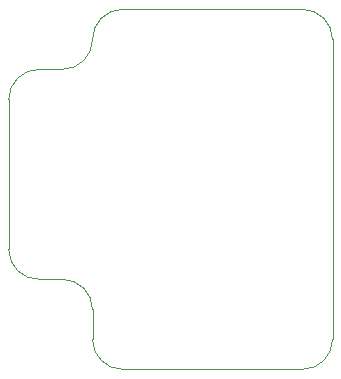
<source format=gbr>
%TF.GenerationSoftware,KiCad,Pcbnew,7.0.9-1.fc39*%
%TF.CreationDate,2023-12-29T10:13:10-08:00*%
%TF.ProjectId,supermicro-ATX-PCB,73757065-726d-4696-9372-6f2d4154582d,rev?*%
%TF.SameCoordinates,Original*%
%TF.FileFunction,Profile,NP*%
%FSLAX46Y46*%
G04 Gerber Fmt 4.6, Leading zero omitted, Abs format (unit mm)*
G04 Created by KiCad (PCBNEW 7.0.9-1.fc39) date 2023-12-29 10:13:10*
%MOMM*%
%LPD*%
G01*
G04 APERTURE LIST*
%TA.AperFunction,Profile*%
%ADD10C,0.100000*%
%TD*%
G04 APERTURE END LIST*
D10*
X100965000Y-82550000D02*
X102870000Y-82550000D01*
X123190000Y-90170000D02*
G75*
G03*
X125730000Y-87630000I0J2540000D01*
G01*
X123190000Y-59690000D02*
X107950000Y-59690000D01*
X100965000Y-64770000D02*
X102870000Y-64770000D01*
X105410000Y-85090000D02*
X105410000Y-87630000D01*
X105410000Y-87630000D02*
G75*
G03*
X107950000Y-90170000I2540000J0D01*
G01*
X98313768Y-80010000D02*
G75*
G03*
X100965000Y-82549999I2542332J0D01*
G01*
X98316051Y-80010000D02*
X98316051Y-67310000D01*
X107950000Y-59690000D02*
G75*
G03*
X105410000Y-62230000I0J-2540000D01*
G01*
X125730000Y-62230000D02*
X125730000Y-87630000D01*
X102870000Y-64770000D02*
G75*
G03*
X105410000Y-62230000I0J2540000D01*
G01*
X105410000Y-85090000D02*
G75*
G03*
X102870000Y-82550000I-2540000J0D01*
G01*
X123190000Y-90170000D02*
X107950000Y-90170000D01*
X125730000Y-62230000D02*
G75*
G03*
X123190000Y-59690000I-2540000J0D01*
G01*
X100964998Y-64770054D02*
G75*
G03*
X98313716Y-67310000I-108998J-2539946D01*
G01*
M02*

</source>
